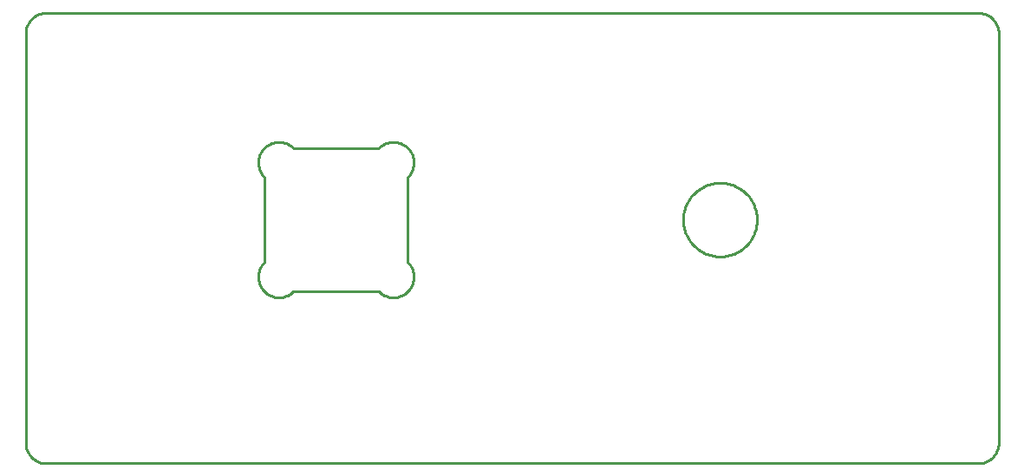
<source format=gbr>
G04 EAGLE Gerber RS-274X export*
G75*
%MOMM*%
%FSLAX34Y34*%
%LPD*%
%IN*%
%IPPOS*%
%AMOC8*
5,1,8,0,0,1.08239X$1,22.5*%
G01*
%ADD10C,0.254000*%


D10*
X-270000Y-200000D02*
X-269924Y-201743D01*
X-269696Y-203473D01*
X-269319Y-205176D01*
X-268794Y-206840D01*
X-268126Y-208452D01*
X-267321Y-210000D01*
X-266383Y-211472D01*
X-265321Y-212856D01*
X-264142Y-214142D01*
X-262856Y-215321D01*
X-261472Y-216383D01*
X-260000Y-217321D01*
X-258452Y-218126D01*
X-256840Y-218794D01*
X-255176Y-219319D01*
X-253473Y-219696D01*
X-251743Y-219924D01*
X-250000Y-220000D01*
X660000Y-220000D01*
X661743Y-219924D01*
X663473Y-219696D01*
X665176Y-219319D01*
X666840Y-218794D01*
X668452Y-218126D01*
X670000Y-217321D01*
X671472Y-216383D01*
X672856Y-215321D01*
X674142Y-214142D01*
X675321Y-212856D01*
X676383Y-211472D01*
X677321Y-210000D01*
X678126Y-208452D01*
X678794Y-206840D01*
X679319Y-205176D01*
X679696Y-203473D01*
X679924Y-201743D01*
X680000Y-200000D01*
X680000Y200000D01*
X679924Y201743D01*
X679696Y203473D01*
X679319Y205176D01*
X678794Y206840D01*
X678126Y208452D01*
X677321Y210000D01*
X676383Y211472D01*
X675321Y212856D01*
X674142Y214142D01*
X672856Y215321D01*
X671472Y216383D01*
X670000Y217321D01*
X668452Y218126D01*
X666840Y218794D01*
X665176Y219319D01*
X663473Y219696D01*
X661743Y219924D01*
X660000Y220000D01*
X-250000Y220000D01*
X-251743Y219924D01*
X-253473Y219696D01*
X-255176Y219319D01*
X-256840Y218794D01*
X-258452Y218126D01*
X-260000Y217321D01*
X-261472Y216383D01*
X-262856Y215321D01*
X-264142Y214142D01*
X-265321Y212856D01*
X-266383Y211472D01*
X-267321Y210000D01*
X-268126Y208452D01*
X-268794Y206840D01*
X-269319Y205176D01*
X-269696Y203473D01*
X-269924Y201743D01*
X-270000Y200000D01*
X-270000Y-200000D01*
X-37000Y-23716D02*
X-38179Y-25002D01*
X-39241Y-26386D01*
X-40178Y-27858D01*
X-40984Y-29405D01*
X-41652Y-31017D01*
X-42176Y-32681D01*
X-42554Y-34385D01*
X-42782Y-36115D01*
X-42858Y-37858D01*
X-42782Y-39601D01*
X-42554Y-41331D01*
X-42176Y-43034D01*
X-41652Y-44698D01*
X-40984Y-46310D01*
X-40178Y-47858D01*
X-39241Y-49329D01*
X-38179Y-50714D01*
X-37000Y-52000D01*
X-35714Y-53179D01*
X-34329Y-54241D01*
X-32858Y-55178D01*
X-31310Y-55984D01*
X-29698Y-56652D01*
X-28034Y-57176D01*
X-26331Y-57554D01*
X-24601Y-57782D01*
X-22858Y-57858D01*
X-21115Y-57782D01*
X-19385Y-57554D01*
X-17681Y-57176D01*
X-16017Y-56652D01*
X-14405Y-55984D01*
X-12858Y-55178D01*
X-11386Y-54241D01*
X-10002Y-53179D01*
X-8716Y-52000D01*
X74716Y-52000D01*
X76002Y-53179D01*
X77386Y-54241D01*
X78858Y-55178D01*
X80405Y-55984D01*
X82017Y-56652D01*
X83681Y-57176D01*
X85385Y-57554D01*
X87115Y-57782D01*
X88858Y-57858D01*
X90601Y-57782D01*
X92331Y-57554D01*
X94034Y-57176D01*
X95698Y-56652D01*
X97310Y-55984D01*
X98858Y-55178D01*
X100329Y-54241D01*
X101714Y-53179D01*
X103000Y-52000D01*
X104179Y-50714D01*
X105241Y-49329D01*
X106178Y-47858D01*
X106984Y-46310D01*
X107652Y-44698D01*
X108176Y-43034D01*
X108554Y-41331D01*
X108782Y-39601D01*
X108858Y-37858D01*
X108782Y-36115D01*
X108554Y-34385D01*
X108176Y-32681D01*
X107652Y-31017D01*
X106984Y-29405D01*
X106178Y-27858D01*
X105241Y-26386D01*
X104179Y-25002D01*
X103000Y-23716D01*
X103000Y59716D01*
X104179Y61002D01*
X105241Y62386D01*
X106178Y63858D01*
X106984Y65405D01*
X107652Y67017D01*
X108176Y68681D01*
X108554Y70385D01*
X108782Y72115D01*
X108858Y73858D01*
X108782Y75601D01*
X108554Y77331D01*
X108176Y79034D01*
X107652Y80698D01*
X106984Y82310D01*
X106178Y83858D01*
X105241Y85329D01*
X104179Y86714D01*
X103000Y88000D01*
X101714Y89179D01*
X100329Y90241D01*
X98858Y91178D01*
X97310Y91984D01*
X95698Y92652D01*
X94034Y93176D01*
X92331Y93554D01*
X90601Y93782D01*
X88858Y93858D01*
X87115Y93782D01*
X85385Y93554D01*
X83681Y93176D01*
X82017Y92652D01*
X80405Y91984D01*
X78858Y91178D01*
X77386Y90241D01*
X76002Y89179D01*
X74716Y88000D01*
X-8716Y88000D01*
X-10002Y89179D01*
X-11386Y90241D01*
X-12858Y91178D01*
X-14405Y91984D01*
X-16017Y92652D01*
X-17681Y93176D01*
X-19385Y93554D01*
X-21115Y93782D01*
X-22858Y93858D01*
X-24601Y93782D01*
X-26331Y93554D01*
X-28034Y93176D01*
X-29698Y92652D01*
X-31310Y91984D01*
X-32858Y91178D01*
X-34329Y90241D01*
X-35714Y89179D01*
X-37000Y88000D01*
X-38179Y86714D01*
X-39241Y85329D01*
X-40178Y83858D01*
X-40984Y82310D01*
X-41652Y80698D01*
X-42176Y79034D01*
X-42554Y77331D01*
X-42782Y75601D01*
X-42858Y73858D01*
X-42782Y72115D01*
X-42554Y70385D01*
X-42176Y68681D01*
X-41652Y67017D01*
X-40984Y65405D01*
X-40178Y63858D01*
X-39241Y62386D01*
X-38179Y61002D01*
X-37000Y59716D01*
X-37000Y-23716D01*
X444000Y17168D02*
X443923Y15507D01*
X443770Y13850D01*
X443540Y12203D01*
X443234Y10567D01*
X442853Y8948D01*
X442398Y7348D01*
X441869Y5771D01*
X441269Y4220D01*
X440597Y2698D01*
X439855Y1209D01*
X439046Y-244D01*
X438170Y-1659D01*
X437230Y-3031D01*
X436227Y-4359D01*
X435165Y-5638D01*
X434044Y-6868D01*
X432868Y-8044D01*
X431638Y-9165D01*
X430359Y-10227D01*
X429031Y-11230D01*
X427659Y-12170D01*
X426244Y-13046D01*
X424791Y-13855D01*
X423302Y-14597D01*
X421780Y-15269D01*
X420229Y-15869D01*
X418652Y-16398D01*
X417052Y-16853D01*
X415433Y-17234D01*
X413797Y-17540D01*
X412150Y-17770D01*
X410493Y-17923D01*
X408832Y-18000D01*
X407168Y-18000D01*
X405507Y-17923D01*
X403850Y-17770D01*
X402203Y-17540D01*
X400567Y-17234D01*
X398948Y-16853D01*
X397348Y-16398D01*
X395771Y-15869D01*
X394220Y-15269D01*
X392698Y-14597D01*
X391209Y-13855D01*
X389756Y-13046D01*
X388341Y-12170D01*
X386969Y-11230D01*
X385641Y-10227D01*
X384362Y-9165D01*
X383132Y-8044D01*
X381956Y-6868D01*
X380835Y-5638D01*
X379773Y-4359D01*
X378770Y-3031D01*
X377830Y-1659D01*
X376954Y-244D01*
X376145Y1209D01*
X375403Y2698D01*
X374731Y4220D01*
X374131Y5771D01*
X373602Y7348D01*
X373147Y8948D01*
X372766Y10567D01*
X372460Y12203D01*
X372230Y13850D01*
X372077Y15507D01*
X372000Y17168D01*
X372000Y18832D01*
X372077Y20493D01*
X372230Y22150D01*
X372460Y23797D01*
X372766Y25433D01*
X373147Y27052D01*
X373602Y28652D01*
X374131Y30229D01*
X374731Y31780D01*
X375403Y33302D01*
X376145Y34791D01*
X376954Y36244D01*
X377830Y37659D01*
X378770Y39031D01*
X379773Y40359D01*
X380835Y41638D01*
X381956Y42868D01*
X383132Y44044D01*
X384362Y45165D01*
X385641Y46227D01*
X386969Y47230D01*
X388341Y48170D01*
X389756Y49046D01*
X391209Y49855D01*
X392698Y50597D01*
X394220Y51269D01*
X395771Y51869D01*
X397348Y52398D01*
X398948Y52853D01*
X400567Y53234D01*
X402203Y53540D01*
X403850Y53770D01*
X405507Y53923D01*
X407168Y54000D01*
X408832Y54000D01*
X410493Y53923D01*
X412150Y53770D01*
X413797Y53540D01*
X415433Y53234D01*
X417052Y52853D01*
X418652Y52398D01*
X420229Y51869D01*
X421780Y51269D01*
X423302Y50597D01*
X424791Y49855D01*
X426244Y49046D01*
X427659Y48170D01*
X429031Y47230D01*
X430359Y46227D01*
X431638Y45165D01*
X432868Y44044D01*
X434044Y42868D01*
X435165Y41638D01*
X436227Y40359D01*
X437230Y39031D01*
X438170Y37659D01*
X439046Y36244D01*
X439855Y34791D01*
X440597Y33302D01*
X441269Y31780D01*
X441869Y30229D01*
X442398Y28652D01*
X442853Y27052D01*
X443234Y25433D01*
X443540Y23797D01*
X443770Y22150D01*
X443923Y20493D01*
X444000Y18832D01*
X444000Y17168D01*
M02*

</source>
